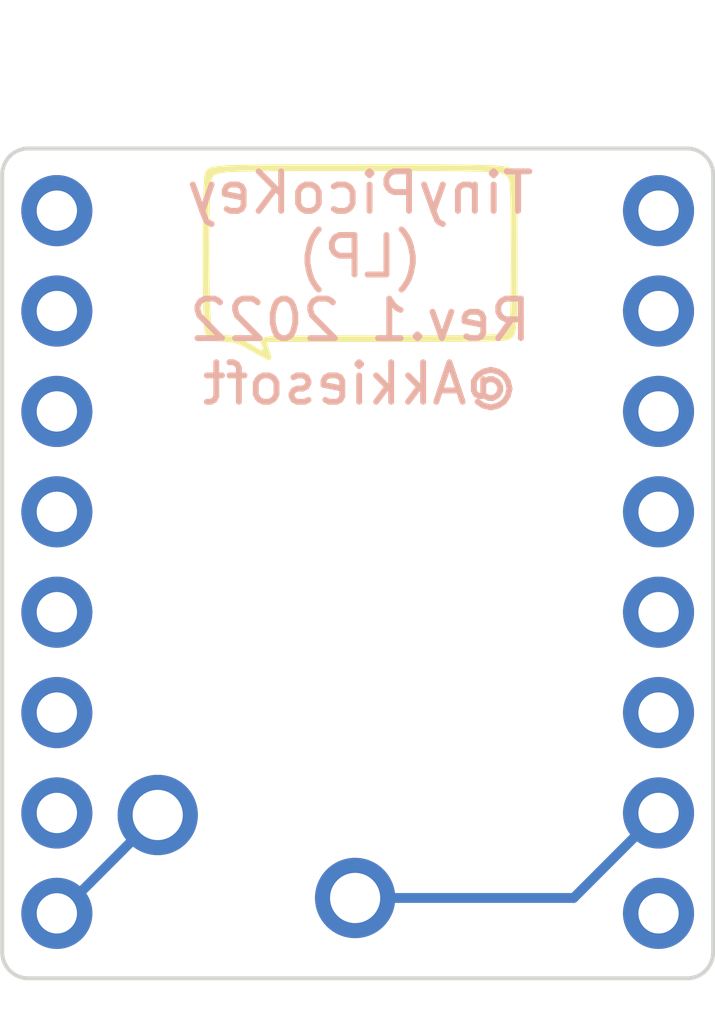
<source format=kicad_pcb>
(kicad_pcb (version 20211014) (generator pcbnew)
  (layers (0 "F.Cu" signal) (31 "B.Cu" signal) (34 "B.Paste" user) (35 "F.Paste" user) (36 "B.SilkS" user "B.Silkscreen") (37 "F.SilkS" user "F.Silkscreen") (38 "B.Mask" user) (39 "F.Mask" user) (44 "Edge.Cuts" user))
  (net 0 "")
  (net 1 "GND")
  (net 2 "Net-(SW1-Pad1)")
  (net 3 "Net-(U1-Pad1)")
  (footprint "" (layer "F.Cu") (at 107.696 78.994)
    (fp_text reference "" (at 0 0) (layer "F.SilkS") (effects (font (size 1.27 1.27))))
    (fp_text value "" (at 0 0) (layer "F.SilkS") (effects (font (size 1.27 1.27))))
    (pad "" np_thru_hole circle locked (at 0 0 180) (size 2 2) (drill 2) (layers F&B.Cu *.Mask))
  )
  (footprint "Library:Fukidashi" (layer "F.Cu") (at 102.362 80.391)
    (fp_text reference "G***" hide)
    (fp_text value "Fukidashi" hide)
    (fp_poly (pts (xy -0.02715 -2.501836) (xy 0 -2.501836) (xy 0.65654 -2.501868) (xy 1.23355 -2.50176) (xy 1.736309 -2.501198) (xy 2.170096 -2.499871) (xy 2.540189 -2.497468) (xy 2.851867 -2.493679) (xy 3.110408 -2.488191) (xy 3.321091 -2.480694) (xy 3.489194 -2.470876) (xy 3.619996 -2.458427) (xy 3.718775 -2.443034) (xy 3.79081 -2.424387) (xy 3.84138 -2.402175) (xy 3.875762 -2.376085) (xy 3.899235 -2.345808) (xy 3.917078 -2.311031) (xy 3.93457 -2.271444) (xy 3.935317 -2.269799) (xy 3.948524 -2.213843) (xy 3.95952 -2.10573) (xy 3.968428 -1.940594) (xy 3.97537 -1.713571) (xy 3.980468 -1.419795) (xy 3.983844 -1.054401) (xy 3.98562 -0.612525) (xy 3.985977 -0.250323) (xy 3.985808 0.223871) (xy 3.984785 0.620595) (xy 3.982131 0.947184) (xy 3.977069 1.210976) (xy 3.968823 1.419308) (xy 3.956616 1.579517) (xy 3.939673 1.69894) (xy 3.917216 1.784914) (xy 3.88847 1.844776) (xy 3.852657 1.885862) (xy 3.809002 1.91551) (xy 3.756728 1.941057) (xy 3.75394 1.942329) (xy 3.707806 1.952808) (xy 3.61571 1.961899) (xy 3.47339 1.969672) (xy 3.276587 1.976195) (xy 3.021038 1.981539) (xy 2.702486 1.985773) (xy 2.316668 1.988964) (xy 1.859324 1.991184) (xy 1.326195 1.9925) (xy 0.713019 1.992983) (xy 0.635946 1.992988) (xy -2.370862 1.992988) (xy -2.309137 2.167936) (xy -2.260674 2.326032) (xy -2.251886 2.419141) (xy -2.282478 2.457073) (xy -2.300417 2.459161) (xy -2.356946 2.438844) (xy -2.469 2.384043) (xy -2.619217 2.30363) (xy -2.75626 2.22621) (xy -2.942604 2.121164) (xy -3.079156 2.053264) (xy -3.187966 2.014592) (xy -3.291087 1.997229) (xy -3.405027 1.99326) (xy -3.646759 1.969307) (xy -3.82023 1.897369) (xy -3.927807 1.776408) (xy -3.935317 1.760951) (xy -3.948099 1.690396) (xy -3.959161 1.545742) (xy -3.968503 1.337678) (xy -3.976125 1.076896) (xy -3.982027 0.774086) (xy -3.986208 0.439939) (xy -3.98867 0.085146) (xy -3.989411 -0.279603) (xy -3.989004 -0.431093) (xy -3.821454 -0.431093) (xy -3.820619 -0.079669) (xy -3.817673 0.266379) (xy -3.812645 0.595846) (xy -3.805565 0.897524) (xy -3.796462 1.160206) (xy -3.785366 1.372686) (xy -3.772307 1.523757) (xy -3.757313 1.602211) (xy -3.755935 1.605202) (xy -3.643441 1.734333) (xy -3.467894 1.807748) (xy -3.294916 1.826484) (xy -3.165808 1.844468) (xy -3.021393 1.899946) (xy -2.83868 2.001973) (xy -2.819866 2.013566) (xy -2.650975 2.11623) (xy -2.54185 2.176828) (xy -2.481794 2.200496) (xy -2.460115 2.192365) (xy -2.459432 2.186567) (xy -2.472877 2.137607) (xy -2.500647 2.059723) (xy -2.518951 2.014774) (xy -2.533552 1.975901) (xy -2.538884 1.942665) (xy -2.529378 1.914625) (xy -2.499469 1.891341) (xy -2.443591 1.872374) (xy -2.356175 1.857284) (xy -2.231656 1.84563) (xy -2.064467 1.836973) (xy -1.84904 1.830873) (xy -1.57981 1.826891) (xy -1.25121 1.824585) (xy -0.857673 1.823517) (xy -0.393631 1.823245) (xy 0.14648 1.823332) (xy 0.490188 1.823372) (xy 1.110531 1.822978) (xy 1.650343 1.821751) (xy 2.113897 1.819619) (xy 2.505465 1.816513) (xy 2.829321 1.812363) (xy 3.089737 1.807099) (xy 3.290988 1.800651) (xy 3.437345 1.792949) (xy 3.533083 1.783924) (xy 3.582474 1.773504) (xy 3.584324 1.772713) (xy 3.639139 1.745802) (xy 3.684563 1.714442) (xy 3.721479 1.670941) (xy 3.750767 1.607609) (xy 3.773311 1.516754) (xy 3.789992 1.390687) (xy 3.801692 1.221716) (xy 3.809294 1.002151) (xy 3.81368 0.724301) (xy 3.815731 0.380476) (xy 3.81633 -0.037016) (xy 3.816361 -0.250323) (xy 3.815542 -0.728079) (xy 3.812995 -1.125964) (xy 3.808585 -1.448902) (xy 3.802179 -1.701815) (xy 3.793639 -1.889627) (xy 3.782833 -2.017259) (xy 3.769625 -2.089634) (xy 3.765701 -2.100183) (xy 3.747618 -2.140815) (xy 3.729185 -2.176408) (xy 3.704996 -2.207296) (xy 3.669643 -2.233811) (xy 3.617718 -2.256287) (xy 3.543814 -2.275057) (xy 3.442524 -2.290455) (xy 3.30844 -2.302813) (xy 3.136155 -2.312464) (xy 2.920261 -2.319743) (xy 2.65535 -2.324982) (xy 2.336016 -2.328514) (xy 1.95685 -2.330672) (xy 1.512445 -2.331791) (xy 0.997394 -2.332202) (xy 0.40629 -2.332239) (xy 0 -2.33222) (xy -0.640882 -2.332248) (xy -1.202364 -2.332107) (xy -1.689852 -2.331466) (xy -2.108756 -2.329991) (xy -2.464481 -2.327348) (xy -2.762436 -2.323205) (xy -3.008028 -2.317228) (xy -3.206665 -2.309084) (xy -3.363753 -2.29844) (xy -3.484701 -2.284963) (xy -3.574916 -2.268319) (xy -3.639806 -2.248176) (xy -3.684777 -2.2242) (xy -3.715238 -2.196058) (xy -3.736595 -2.163416) (xy -3.754257 -2.125942) (xy -3.765701 -2.100183) (xy -3.780472 -2.024927) (xy -3.792925 -1.876597) (xy -3.80309 -1.666401) (xy -3.810996 -1.405546) (xy -3.816672 -1.105238) (xy -3.820148 -0.776685) (xy -3.821454 -0.431093) (xy -3.989004 -0.431093) (xy -3.988433 -0.643617) (xy -3.985736 -0.996205) (xy -3.981317 -1.326676) (xy -3.975179 -1.62434) (xy -3.96732 -1.878506) (xy -3.957742 -2.078484) (xy -3.946443 -2.213582) (xy -3.935317 -2.269799) (xy -3.917732 -2.30958) (xy -3.900002 -2.344539) (xy -3.876847 -2.374986) (xy -3.842989 -2.401232) (xy -3.793149 -2.42359) (xy -3.72205 -2.44237) (xy -3.624412 -2.457884) (xy -3.494958 -2.470442) (xy -3.328408 -2.480357) (xy -3.119484 -2.487938) (xy -2.862907 -2.493499) (xy -2.5534 -2.497348) (xy -2.185683 -2.499799) (xy -1.754478 -2.501162) (xy -1.254506 -2.501749) (xy -0.68049 -2.501869)) (layer "F.SilkS") (width 0) (fill solid))
  )
  (footprint "Library:SW_PG1350" (layer "F.Cu") (at 102.235 90.551)
    (fp_text reference "SW1" hide)
    (fp_text value "SW_Push")
    (pad "" np_thru_hole circle (at 0 0) (size 3.429 3.429) (drill 3.429) (layers *.Cu *.Mask))
    (pad "" np_thru_hole circle (at -5.5 0) (size 1.7018 1.7018) (drill 1.7018) (layers *.Cu *.Mask))
    (pad "" np_thru_hole circle (at 5.22 -4.2) (size 0.9906 0.9906) (drill 0.9906) (layers *.Cu *.Mask))
    (pad "" np_thru_hole circle (at 5.5 0) (size 1.7018 1.7018) (drill 1.7018) (layers *.Cu *.Mask))
    (pad "1" thru_hole circle (at 0 5.9) (size 2.032 2.032) (drill 1.27) (layers *.Cu *.Mask) (net 2 "Net-(SW1-Pad1)"))
    (pad "2" thru_hole circle (at -5 3.8) (size 2.032 2.032) (drill 1.27) (layers *.Cu *.Mask) (net 1 "GND"))
  )
  (footprint "rp2040:tiny2040_wo_debug" (layer "F.Cu") (at 102.3 73.98)
    (fp_text reference "U1" hide)
    (fp_text value "tiny2040")
    (pad "1" thru_hole circle locked (at -7.62 5.08) (size 1.8 1.8) (drill 1.02) (layers *.Cu *.Mask) (net 3 "Net-(U1-Pad1)"))
    (pad "2" thru_hole circle locked (at -7.62 7.62) (size 1.8 1.8) (drill 1.02) (layers *.Cu *.Mask))
    (pad "3" thru_hole circle locked (at -7.62 10.16) (size 1.8 1.8) (drill 1.02) (layers *.Cu *.Mask))
    (pad "4" thru_hole circle locked (at -7.62 12.7) (size 1.8 1.8) (drill 1.02) (layers *.Cu *.Mask))
    (pad "5" thru_hole circle locked (at -7.62 15.24) (size 1.8 1.8) (drill 1.02) (layers *.Cu *.Mask))
    (pad "6" thru_hole circle locked (at -7.62 17.78) (size 1.8 1.8) (drill 1.02) (layers *.Cu *.Mask))
    (pad "7" thru_hole circle locked (at -7.62 20.32) (size 1.8 1.8) (drill 1.02) (layers *.Cu *.Mask))
    (pad "8" thru_hole circle locked (at -7.62 22.86) (size 1.8 1.8) (drill 1.02) (layers *.Cu *.Mask) (net 1 "GND"))
    (pad "9" thru_hole circle locked (at 7.62 22.86) (size 1.8 1.8) (drill 1.02) (layers *.Cu *.Mask))
    (pad "10" thru_hole circle locked (at 7.62 20.32) (size 1.8 1.8) (drill 1.02) (layers *.Cu *.Mask) (net 2 "Net-(SW1-Pad1)"))
    (pad "11" thru_hole circle locked (at 7.62 17.78) (size 1.8 1.8) (drill 1.02) (layers *.Cu *.Mask))
    (pad "12" thru_hole circle locked (at 7.62 15.24) (size 1.8 1.8) (drill 1.02) (layers *.Cu *.Mask))
    (pad "13" thru_hole circle locked (at 7.62 12.7) (size 1.8 1.8) (drill 1.02) (layers *.Cu *.Mask))
    (pad "14" thru_hole circle locked (at 7.62 10.16) (size 1.8 1.8) (drill 1.02) (layers *.Cu *.Mask))
    (pad "15" thru_hole circle locked (at 7.62 7.62) (size 1.8 1.8) (drill 1.02) (layers *.Cu *.Mask))
    (pad "16" thru_hole circle locked (at 7.62 5.08) (size 1.8 1.8) (drill 1.02) (layers *.Cu *.Mask))
  )
  (footprint "" (layer "F.Cu") (at 96.901 78.994)
    (fp_text reference "" (at 0 0) (layer "F.SilkS") (effects (font (size 1.27 1.27))))
    (fp_text value "" (at 0 0) (layer "F.SilkS") (effects (font (size 1.27 1.27))))
    (pad "" np_thru_hole circle locked (at 0 0 180) (size 2 2) (drill 2) (layers F&B.Cu *.Mask))
  )
  (gr_arc (start 110.64331 77.48669) (mid 111.11 77.679999) (end 111.303309 78.146689) (layer "Edge.Cuts") (width 0.1))
  (gr_line (start 93.95669 77.48669) (end 110.64331 77.48669) (layer "Edge.Cuts") (width 0.1))
  (gr_arc (start 93.95669 98.48331) (mid 93.49 98.29) (end 93.29669 97.82331) (layer "Edge.Cuts") (width 0.1))
  (gr_line (start 110.64331 98.48331) (end 93.95669 98.48331) (layer "Edge.Cuts") (width 0.1))
  (gr_arc (start 111.30331 97.82331) (mid 111.11 98.29) (end 110.64331 98.48331) (layer "Edge.Cuts") (width 0.1))
  (gr_arc (start 93.29669 78.14669) (mid 93.49 77.68) (end 93.95669 77.48669) (layer "Edge.Cuts") (width 0.1))
  (gr_line (start 93.29669 97.82331) (end 93.29669 78.14669) (layer "Edge.Cuts") (width 0.1))
  (gr_line (start 111.30331 78.14669) (end 111.30331 97.82331) (layer "Edge.Cuts") (width 0.1))
  (gr_text "TinyPicoKey\n(LP)\nRev.1 2022\n@Akkiesoft" (at 102.362 81.026) (layer "B.SilkS") (effects (font (size 1 1)) (justify mirror)))
  (segment (start 97.235 94.351) (end 94.746 96.84) (width 0.25) (layer "B.Cu") (net 1))
  (segment (start 94.746 96.84) (end 94.68 96.84) (width 0.25) (layer "B.Cu") (net 1))
  (segment (start 102.235 96.451) (end 107.769 96.451) (width 0.25) (layer "B.Cu") (net 2))
  (segment (start 107.769 96.451) (end 109.92 94.3) (width 0.25) (layer "B.Cu") (net 2))
)
</source>
